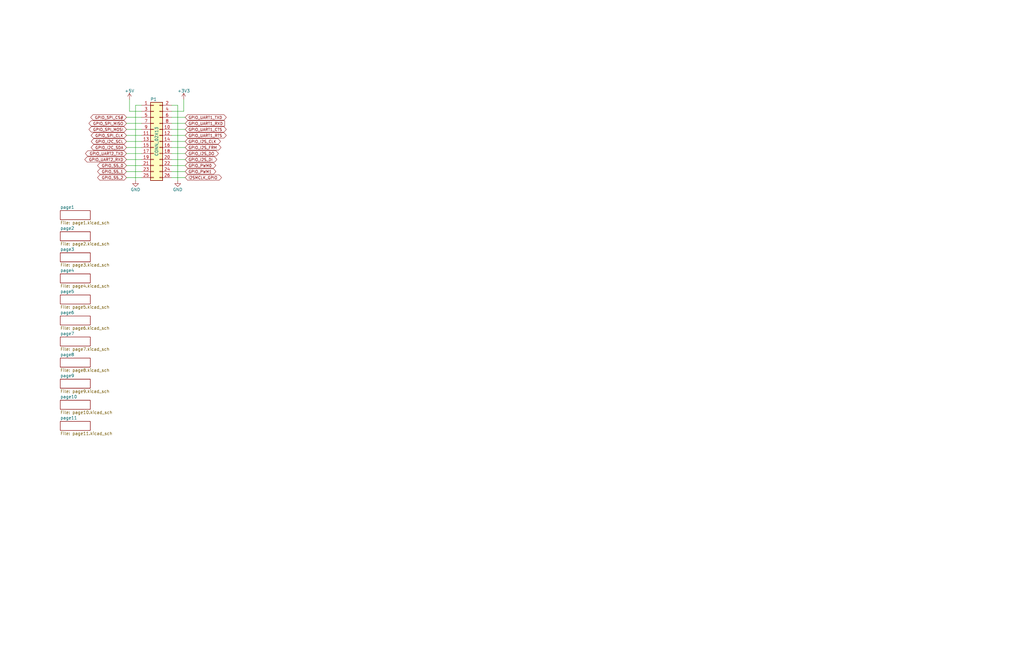
<source format=kicad_sch>
(kicad_sch (version 20231120) (generator "eeschema") (generator_version "8.0")
  (paper "B")
  (title_block (title "MinnowBoard Turbot Quad KiCad port. "))
  (lib_symbols
    (symbol "Connector_Generic:Conn_02x13_Odd_Even" (pin_names (offset 1.016) hide)
      (property "Reference" "J" (at 1.27 17.78 0))
      (property "Value" "Conn_02x13_Odd_Even" (at 1.27 -17.78 0))
      (symbol "Conn_02x13_Odd_Even_1_1"
        (rectangle (start -1.27 -15.113) (end 0 -15.367) (stroke (width 0.1524)))
        (rectangle (start -1.27 -12.573) (end 0 -12.827) (stroke (width 0.1524)))
        (rectangle (start -1.27 -10.033) (end 0 -10.287) (stroke (width 0.1524)))
        (rectangle (start -1.27 -7.493) (end 0 -7.747) (stroke (width 0.1524)))
        (rectangle (start -1.27 -4.953) (end 0 -5.207) (stroke (width 0.1524)))
        (rectangle (start -1.27 -2.413) (end 0 -2.667) (stroke (width 0.1524)))
        (rectangle (start -1.27 0.127) (end 0 -0.127) (stroke (width 0.1524)))
        (rectangle (start -1.27 2.667) (end 0 2.413) (stroke (width 0.1524)))
        (rectangle (start -1.27 5.207) (end 0 4.953) (stroke (width 0.1524)))
        (rectangle (start -1.27 7.747) (end 0 7.493) (stroke (width 0.1524)))
        (rectangle (start -1.27 10.287) (end 0 10.033) (stroke (width 0.1524)))
        (rectangle (start -1.27 12.827) (end 0 12.573) (stroke (width 0.1524)))
        (rectangle (start -1.27 15.367) (end 0 15.113) (stroke (width 0.1524)))
        (rectangle (start -1.27 16.51) (end 3.81 -16.51) (stroke (width 0.254)) (fill (type background)))
        (rectangle (start 3.81 -15.113) (end 2.54 -15.367) (stroke (width 0.1524)))
        (rectangle (start 3.81 -12.573) (end 2.54 -12.827) (stroke (width 0.1524)))
        (rectangle (start 3.81 -10.033) (end 2.54 -10.287) (stroke (width 0.1524)))
        (rectangle (start 3.81 -7.493) (end 2.54 -7.747) (stroke (width 0.1524)))
        (rectangle (start 3.81 -4.953) (end 2.54 -5.207) (stroke (width 0.1524)))
        (rectangle (start 3.81 -2.413) (end 2.54 -2.667) (stroke (width 0.1524)))
        (rectangle (start 3.81 0.127) (end 2.54 -0.127) (stroke (width 0.1524)))
        (rectangle (start 3.81 2.667) (end 2.54 2.413) (stroke (width 0.1524)))
        (rectangle (start 3.81 5.207) (end 2.54 4.953) (stroke (width 0.1524)))
        (rectangle (start 3.81 7.747) (end 2.54 7.493) (stroke (width 0.1524)))
        (rectangle (start 3.81 10.287) (end 2.54 10.033) (stroke (width 0.1524)))
        (rectangle (start 3.81 12.827) (end 2.54 12.573) (stroke (width 0.1524)))
        (rectangle (start 3.81 15.367) (end 2.54 15.113) (stroke (width 0.1524)))
        (pin passive line (at -5.08 15.24 0) (length 3.81) (name "Pin_1") (number "1"))
        (pin passive line (at 7.62 5.08 180) (length 3.81) (name "Pin_10") (number "10"))
        (pin passive line (at -5.08 2.54 0) (length 3.81) (name "Pin_11") (number "11"))
        (pin passive line (at 7.62 2.54 180) (length 3.81) (name "Pin_12") (number "12"))
        (pin passive line (at -5.08 0 0) (length 3.81) (name "Pin_13") (number "13"))
        (pin passive line (at 7.62 0 180) (length 3.81) (name "Pin_14") (number "14"))
        (pin passive line (at -5.08 -2.54 0) (length 3.81) (name "Pin_15") (number "15"))
        (pin passive line (at 7.62 -2.54 180) (length 3.81) (name "Pin_16") (number "16"))
        (pin passive line (at -5.08 -5.08 0) (length 3.81) (name "Pin_17") (number "17"))
        (pin passive line (at 7.62 -5.08 180) (length 3.81) (name "Pin_18") (number "18"))
        (pin passive line (at -5.08 -7.62 0) (length 3.81) (name "Pin_19") (number "19"))
        (pin passive line (at 7.62 15.24 180) (length 3.81) (name "Pin_2") (number "2"))
        (pin passive line (at 7.62 -7.62 180) (length 3.81) (name "Pin_20") (number "20"))
        (pin passive line (at -5.08 -10.16 0) (length 3.81) (name "Pin_21") (number "21"))
        (pin passive line (at 7.62 -10.16 180) (length 3.81) (name "Pin_22") (number "22"))
        (pin passive line (at -5.08 -12.7 0) (length 3.81) (name "Pin_23") (number "23"))
        (pin passive line (at 7.62 -12.7 180) (length 3.81) (name "Pin_24") (number "24"))
        (pin passive line (at -5.08 -15.24 0) (length 3.81) (name "Pin_25") (number "25"))
        (pin passive line (at 7.62 -15.24 180) (length 3.81) (name "Pin_26") (number "26"))
        (pin passive line (at -5.08 12.7 0) (length 3.81) (name "Pin_3") (number "3"))
        (pin passive line (at 7.62 12.7 180) (length 3.81) (name "Pin_4") (number "4"))
        (pin passive line (at -5.08 10.16 0) (length 3.81) (name "Pin_5") (number "5"))
        (pin passive line (at 7.62 10.16 180) (length 3.81) (name "Pin_6") (number "6"))
        (pin passive line (at -5.08 7.62 0) (length 3.81) (name "Pin_7") (number "7"))
        (pin passive line (at 7.62 7.62 180) (length 3.81) (name "Pin_8") (number "8"))
        (pin passive line (at -5.08 5.08 0) (length 3.81) (name "Pin_9") (number "9"))
      )
    )
    (symbol "MinnowBoard_port-rescue:+3.3V-power" (power) (pin_names (offset 0))
      (property "Value" "power_+3.3V" (at 0 3.556 0))
      (symbol "+3.3V-power_0_1"
        (polyline (pts (xy -0.762 1.27) (xy 0 2.54)))
        (polyline (pts (xy 0 0) (xy 0 2.54)))
        (polyline (pts (xy 0 2.54) (xy 0.762 1.27)))
      )
      (symbol "+3.3V-power_1_1"
        (pin power_in line (at 0 0 90) (length 0) hide (name "+3V3") (number "1"))
      )
    )
    (symbol "MinnowBoard_port-rescue:+5V-power" (power) (pin_names (offset 0))
      (property "Value" "power_+5V" (at 0 3.556 0))
      (symbol "+5V-power_0_1"
        (polyline (pts (xy -0.762 1.27) (xy 0 2.54)))
        (polyline (pts (xy 0 0) (xy 0 2.54)))
        (polyline (pts (xy 0 2.54) (xy 0.762 1.27)))
      )
      (symbol "+5V-power_1_1"
        (pin power_in line (at 0 0 90) (length 0) hide (name "+5V") (number "1"))
      )
    )
    (symbol "MinnowBoard_port-rescue:GND-power" (power) (pin_names (offset 0))
      (property "Value" "power_GND" (at 0 -3.81 0))
      (symbol "GND-power_0_1"
        (polyline (pts (xy 0 0) (xy 0 -1.27) (xy 1.27 -1.27) (xy 0 -2.54) (xy -1.27 -1.27) (xy 0 -1.27)))
      )
      (symbol "GND-power_1_1"
        (pin power_in line (at 0 0 270) (length 0) hide (name "GND") (number "1"))
      )
    )
  )
  (wire (pts (xy 53.34 64.77) (xy 59.69 64.77)))
  (wire (pts (xy 53.34 62.23) (xy 59.69 62.23)))
  (wire (pts (xy 53.34 49.53) (xy 59.69 49.53)))
  (wire (pts (xy 72.39 49.53) (xy 78.105 49.53)))
  (wire (pts (xy 53.34 59.69) (xy 59.69 59.69)))
  (wire (pts (xy 53.34 72.39) (xy 59.69 72.39)))
  (wire (pts (xy 74.93 44.45) (xy 74.93 76.2)))
  (wire (pts (xy 54.61 41.91) (xy 54.61 46.99)))
  (wire (pts (xy 72.39 64.77) (xy 78.105 64.77)))
  (wire (pts (xy 72.39 74.93) (xy 78.105 74.93)))
  (wire (pts (xy 72.39 72.39) (xy 78.105 72.39)))
  (wire (pts (xy 57.15 44.45) (xy 57.15 76.2)))
  (wire (pts (xy 72.39 46.99) (xy 77.47 46.99)))
  (wire (pts (xy 53.34 52.07) (xy 59.69 52.07)))
  (wire (pts (xy 53.34 54.61) (xy 59.69 54.61)))
  (wire (pts (xy 72.39 57.15) (xy 78.105 57.15)))
  (wire (pts (xy 53.34 74.93) (xy 59.69 74.93)))
  (wire (pts (xy 72.39 44.45) (xy 74.93 44.45)))
  (wire (pts (xy 72.39 62.23) (xy 78.105 62.23)))
  (wire (pts (xy 72.39 52.07) (xy 78.105 52.07)))
  (wire (pts (xy 77.47 46.99) (xy 77.47 41.91)))
  (wire (pts (xy 53.34 57.15) (xy 59.69 57.15)))
  (wire (pts (xy 72.39 59.69) (xy 78.105 59.69)))
  (wire (pts (xy 72.39 54.61) (xy 78.105 54.61)))
  (wire (pts (xy 72.39 69.85) (xy 78.105 69.85)))
  (wire (pts (xy 53.34 69.85) (xy 59.69 69.85)))
  (wire (pts (xy 53.34 67.31) (xy 59.69 67.31)))
  (wire (pts (xy 54.61 46.99) (xy 59.69 46.99)))
  (wire (pts (xy 72.39 67.31) (xy 78.105 67.31)))
  (wire (pts (xy 59.69 44.45) (xy 57.15 44.45)))
  (global_label "GPIO_I2C_SDA" (shape bidirectional) (at 53.34 62.23 180) (effects (font (size 1.143 1.143))) (property "Intersheetrefs" "${INTERSHEET_REFS}" (effects (hide yes))))
  (global_label "GPIO_SPI_MOSI" (shape bidirectional) (at 53.34 54.61 180) (effects (font (size 1.143 1.143))) (property "Intersheetrefs" "${INTERSHEET_REFS}" (effects (hide yes))))
  (global_label "GPIO_UART1_RTS" (shape bidirectional) (at 78.105 57.15 0) (effects (font (size 1.143 1.143))) (property "Intersheetrefs" "${INTERSHEET_REFS}" (effects (hide yes))))
  (global_label "GPIO_UART1_RXD" (shape input) (at 78.105 52.07 0) (effects (font (size 1.143 1.143))) (property "Intersheetrefs" "${INTERSHEET_REFS}" (effects (hide yes))))
  (global_label "GPIO_I2S_DI" (shape bidirectional) (at 78.105 67.31 0) (effects (font (size 1.143 1.143))) (property "Intersheetrefs" "${INTERSHEET_REFS}" (effects (hide yes))))
  (global_label "GPIO_S5_0" (shape bidirectional) (at 53.34 69.85 180) (effects (font (size 1.143 1.143))) (property "Intersheetrefs" "${INTERSHEET_REFS}" (effects (hide yes))))
  (global_label "GPIO_SPI_CLK" (shape bidirectional) (at 53.34 57.15 180) (effects (font (size 1.143 1.143))) (property "Intersheetrefs" "${INTERSHEET_REFS}" (effects (hide yes))))
  (global_label "GPIO_UART2_RXD" (shape bidirectional) (at 53.34 67.31 180) (effects (font (size 1.143 1.143))) (property "Intersheetrefs" "${INTERSHEET_REFS}" (effects (hide yes))))
  (global_label "GPIO_I2C_SCL" (shape bidirectional) (at 53.34 59.69 180) (effects (font (size 1.143 1.143))) (property "Intersheetrefs" "${INTERSHEET_REFS}" (effects (hide yes))))
  (global_label "I2SMCLK_GPIO" (shape bidirectional) (at 78.105 74.93 0) (effects (font (size 1.143 1.143))) (property "Intersheetrefs" "${INTERSHEET_REFS}" (effects (hide yes))))
  (global_label "GPIO_UART1_TXD" (shape bidirectional) (at 78.105 49.53 0) (effects (font (size 1.143 1.143))) (property "Intersheetrefs" "${INTERSHEET_REFS}" (effects (hide yes))))
  (global_label "GPIO_I2S_FRM" (shape bidirectional) (at 78.105 62.23 0) (effects (font (size 1.143 1.143))) (property "Intersheetrefs" "${INTERSHEET_REFS}" (effects (hide yes))))
  (global_label "GPIO_PWM1" (shape bidirectional) (at 78.105 72.39 0) (effects (font (size 1.143 1.143))) (property "Intersheetrefs" "${INTERSHEET_REFS}" (effects (hide yes))))
  (global_label "GPIO_S5_1" (shape bidirectional) (at 53.34 72.39 180) (effects (font (size 1.143 1.143))) (property "Intersheetrefs" "${INTERSHEET_REFS}" (effects (hide yes))))
  (global_label "GPIO_UART1_CTS" (shape bidirectional) (at 78.105 54.61 0) (effects (font (size 1.143 1.143))) (property "Intersheetrefs" "${INTERSHEET_REFS}" (effects (hide yes))))
  (global_label "GPIO_S5_2" (shape bidirectional) (at 53.34 74.93 180) (effects (font (size 1.143 1.143))) (property "Intersheetrefs" "${INTERSHEET_REFS}" (effects (hide yes))))
  (global_label "GPIO_I2S_DO" (shape bidirectional) (at 78.105 64.77 0) (effects (font (size 1.143 1.143))) (property "Intersheetrefs" "${INTERSHEET_REFS}" (effects (hide yes))))
  (global_label "GPIO_UART2_TXD" (shape bidirectional) (at 53.34 64.77 180) (effects (font (size 1.143 1.143))) (property "Intersheetrefs" "${INTERSHEET_REFS}" (effects (hide yes))))
  (global_label "GPIO_SPI_MISO" (shape bidirectional) (at 53.34 52.07 180) (effects (font (size 1.143 1.143))) (property "Intersheetrefs" "${INTERSHEET_REFS}" (effects (hide yes))))
  (global_label "GPIO_I2S_CLK" (shape bidirectional) (at 78.105 59.69 0) (effects (font (size 1.143 1.143))) (property "Intersheetrefs" "${INTERSHEET_REFS}" (effects (hide yes))))
  (global_label "GPIO_SPI_CS#" (shape bidirectional) (at 53.34 49.53 180) (effects (font (size 1.143 1.143))) (property "Intersheetrefs" "${INTERSHEET_REFS}" (effects (hide yes))))
  (global_label "GPIO_PWM0" (shape bidirectional) (at 78.105 69.85 0) (effects (font (size 1.143 1.143))) (property "Intersheetrefs" "${INTERSHEET_REFS}" (effects (hide yes))))
  (symbol (lib_id "Connector_Generic:Conn_02x13_Odd_Even") (at 64.77 59.69 0) (unit 1)
    (property "Reference" "P1" (at 64.77 41.91 0))
    (property "Value" "CONN_02X13" (at 66.04 59.69 90))
    (property "Footprint" "Pin_Headers:Pin_Header_Straight_2x13" (effects (hide yes)))
  )
  (symbol (lib_id "MinnowBoard_port-rescue:GND-power") (at 74.93 76.2 0) (unit 1)
    (property "Reference" "#PWR3" (effects (hide yes)))
    (property "Value" "GND" (at 74.93 80.01 0))
  )
  (symbol (lib_id "MinnowBoard_port-rescue:GND-power") (at 57.15 76.2 0) (unit 1)
    (property "Reference" "#PWR2" (effects (hide yes)))
    (property "Value" "GND" (at 57.15 80.01 0))
  )
  (symbol (lib_id "MinnowBoard_port-rescue:+3.3V-power") (at 77.47 41.91 0) (unit 1)
    (property "Reference" "#PWR4" (effects (hide yes)))
    (property "Value" "+3V3" (at 77.47 38.354 0))
  )
  (symbol (lib_id "MinnowBoard_port-rescue:+5V-power") (at 54.61 41.91 0) (unit 1)
    (property "Reference" "#PWR1" (effects (hide yes)))
    (property "Value" "+5V" (at 54.61 38.354 0))
  )
  (sheet (at 25.4 88.9) (size 12.7 3.81)
    (property "Sheetname" "page1" (at 25.4 88.1884 0) (effects (justify left bottom)))
    (property "Sheetfile" "page1.kicad_sch" (at 25.4 93.2946 0) (effects (justify left top)))
  )
  (sheet (at 25.4 97.79) (size 12.7 3.81)
    (property "Sheetname" "page2" (at 25.4 97.0784 0) (effects (justify left bottom)))
    (property "Sheetfile" "page2.kicad_sch" (at 25.4 102.1846 0) (effects (justify left top)))
  )
  (sheet (at 25.4 106.68) (size 12.7 3.81)
    (property "Sheetname" "page3" (at 25.4 105.9684 0) (effects (justify left bottom)))
    (property "Sheetfile" "page3.kicad_sch" (at 25.4 111.0746 0) (effects (justify left top)))
  )
  (sheet (at 25.4 115.57) (size 12.7 3.81)
    (property "Sheetname" "page4" (at 25.4 114.8584 0) (effects (justify left bottom)))
    (property "Sheetfile" "page4.kicad_sch" (at 25.4 119.9646 0) (effects (justify left top)))
  )
  (sheet (at 25.4 124.46) (size 12.7 3.81)
    (property "Sheetname" "page5" (at 25.4 123.7484 0) (effects (justify left bottom)))
    (property "Sheetfile" "page5.kicad_sch" (at 25.4 128.8546 0) (effects (justify left top)))
  )
  (sheet (at 25.4 133.35) (size 12.7 3.81)
    (property "Sheetname" "page6" (at 25.4 132.6384 0) (effects (justify left bottom)))
    (property "Sheetfile" "page6.kicad_sch" (at 25.4 137.7446 0) (effects (justify left top)))
  )
  (sheet (at 25.4 142.24) (size 12.7 3.81)
    (property "Sheetname" "page7" (at 25.4 141.5284 0) (effects (justify left bottom)))
    (property "Sheetfile" "page7.kicad_sch" (at 25.4 146.6346 0) (effects (justify left top)))
  )
  (sheet (at 25.4 151.13) (size 12.7 3.81)
    (property "Sheetname" "page8" (at 25.4 150.4184 0) (effects (justify left bottom)))
    (property "Sheetfile" "page8.kicad_sch" (at 25.4 155.5246 0) (effects (justify left top)))
  )
  (sheet (at 25.4 160.02) (size 12.7 3.81)
    (property "Sheetname" "page9" (at 25.4 159.3084 0) (effects (justify left bottom)))
    (property "Sheetfile" "page9.kicad_sch" (at 25.4 164.4146 0) (effects (justify left top)))
  )
  (sheet (at 25.4 168.91) (size 12.7 3.81)
    (property "Sheetname" "page10" (at 25.4 168.1984 0) (effects (justify left bottom)))
    (property "Sheetfile" "page10.kicad_sch" (at 25.4 173.3046 0) (effects (justify left top)))
  )
  (sheet (at 25.4 177.8) (size 12.7 3.81)
    (property "Sheetname" "page11" (at 25.4 177.0884 0) (effects (justify left bottom)))
    (property "Sheetfile" "page11.kicad_sch" (at 25.4 182.1946 0) (effects (justify left top)))
  )
)
</source>
